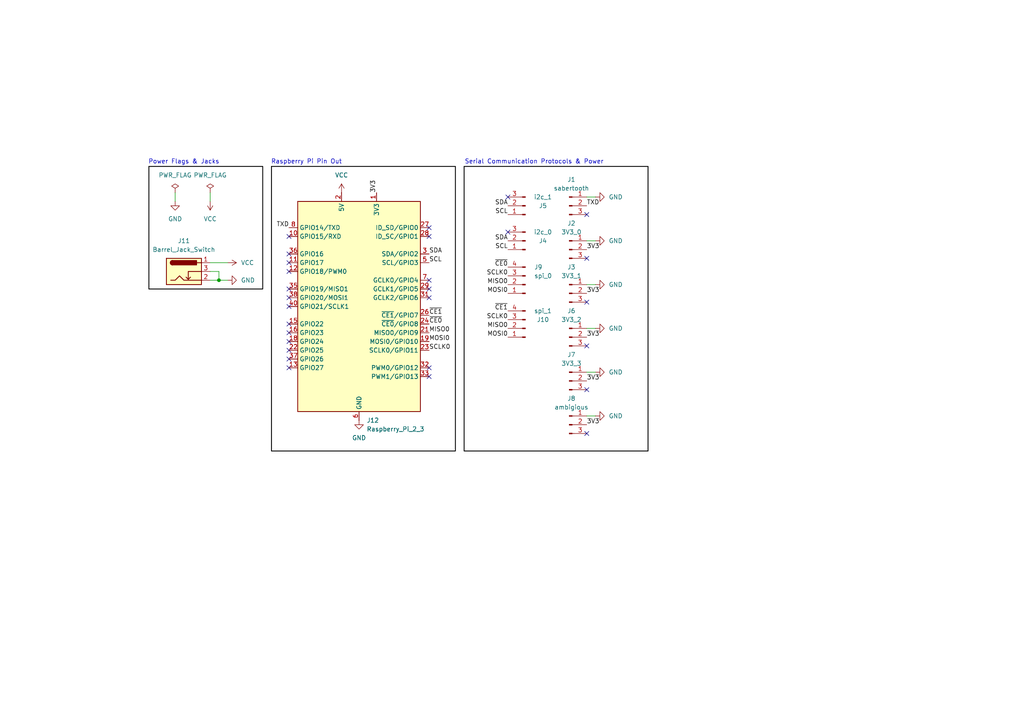
<source format=kicad_sch>
(kicad_sch (version 20231120) (generator "eeschema") (generator_version "8.0")
  (paper "A4")
  (lib_symbols
    (symbol "Connector:Barrel_Jack_Switch" (pin_names hide)
      (property "Reference" "J" (at 0 5.334 0))
      (property "Value" "Barrel_Jack_Switch" (at 0 -5.08 0))
      (symbol "Barrel_Jack_Switch_0_1"
        (rectangle (start -5.08 3.81) (end 5.08 -3.81) (stroke (width 0.254)) (fill (type background)))
        (arc (start -3.302 3.175) (mid -3.9343 2.54) (end -3.302 1.905) (stroke (width 0.254)))
        (arc (start -3.302 3.175) (mid -3.9343 2.54) (end -3.302 1.905) (stroke (width 0.254)) (fill (type outline)))
        (polyline (pts (xy 1.27 -2.286) (xy 1.905 -1.651)) (stroke (width 0.254)))
        (polyline (pts (xy 5.08 2.54) (xy 3.81 2.54)) (stroke (width 0.254)))
        (polyline (pts (xy 5.08 0) (xy 1.27 0) (xy 1.27 -2.286) (xy 0.635 -1.651)) (stroke (width 0.254)))
        (polyline (pts (xy -3.81 -2.54) (xy -2.54 -2.54) (xy -1.27 -1.27) (xy 0 -2.54) (xy 2.54 -2.54) (xy 5.08 -2.54)) (stroke (width 0.254)))
        (rectangle (start 3.683 3.175) (end -3.302 1.905) (stroke (width 0.254)) (fill (type outline)))
      )
      (symbol "Barrel_Jack_Switch_1_1"
        (pin passive line (at 7.62 2.54 180) (length 2.54) (name "~") (number "1"))
        (pin passive line (at 7.62 -2.54 180) (length 2.54) (name "~") (number "2"))
        (pin passive line (at 7.62 0 180) (length 2.54) (name "~") (number "3"))
      )
    )
    (symbol "Connector:Conn_01x03_Pin" (pin_names (offset 1.016) hide)
      (property "Reference" "J" (at 0 5.08 0))
      (property "Value" "Conn_01x03_Pin" (at 0 -5.08 0))
      (symbol "Conn_01x03_Pin_1_1"
        (polyline (pts (xy 1.27 -2.54) (xy 0.8636 -2.54)) (stroke (width 0.1524)))
        (polyline (pts (xy 1.27 0) (xy 0.8636 0)) (stroke (width 0.1524)))
        (polyline (pts (xy 1.27 2.54) (xy 0.8636 2.54)) (stroke (width 0.1524)))
        (rectangle (start 0.8636 -2.413) (end 0 -2.667) (stroke (width 0.1524)) (fill (type outline)))
        (rectangle (start 0.8636 0.127) (end 0 -0.127) (stroke (width 0.1524)) (fill (type outline)))
        (rectangle (start 0.8636 2.667) (end 0 2.413) (stroke (width 0.1524)) (fill (type outline)))
        (pin passive line (at 5.08 2.54 180) (length 3.81) (name "Pin_1") (number "1"))
        (pin passive line (at 5.08 0 180) (length 3.81) (name "Pin_2") (number "2"))
        (pin passive line (at 5.08 -2.54 180) (length 3.81) (name "Pin_3") (number "3"))
      )
    )
    (symbol "Connector:Conn_01x04_Pin" (pin_names (offset 1.016) hide)
      (property "Reference" "J" (at 0 5.08 0))
      (property "Value" "Conn_01x04_Pin" (at 0 -7.62 0))
      (symbol "Conn_01x04_Pin_1_1"
        (polyline (pts (xy 1.27 -5.08) (xy 0.8636 -5.08)) (stroke (width 0.1524)))
        (polyline (pts (xy 1.27 -2.54) (xy 0.8636 -2.54)) (stroke (width 0.1524)))
        (polyline (pts (xy 1.27 0) (xy 0.8636 0)) (stroke (width 0.1524)))
        (polyline (pts (xy 1.27 2.54) (xy 0.8636 2.54)) (stroke (width 0.1524)))
        (rectangle (start 0.8636 -4.953) (end 0 -5.207) (stroke (width 0.1524)) (fill (type outline)))
        (rectangle (start 0.8636 -2.413) (end 0 -2.667) (stroke (width 0.1524)) (fill (type outline)))
        (rectangle (start 0.8636 0.127) (end 0 -0.127) (stroke (width 0.1524)) (fill (type outline)))
        (rectangle (start 0.8636 2.667) (end 0 2.413) (stroke (width 0.1524)) (fill (type outline)))
        (pin passive line (at 5.08 2.54 180) (length 3.81) (name "Pin_1") (number "1"))
        (pin passive line (at 5.08 0 180) (length 3.81) (name "Pin_2") (number "2"))
        (pin passive line (at 5.08 -2.54 180) (length 3.81) (name "Pin_3") (number "3"))
        (pin passive line (at 5.08 -5.08 180) (length 3.81) (name "Pin_4") (number "4"))
      )
    )
    (symbol "Connector:Raspberry_Pi_2_3"
      (property "Reference" "J" (at -17.78 31.75 0))
      (property "Value" "Raspberry_Pi_2_3" (at 10.16 -31.75 0))
      (symbol "Raspberry_Pi_2_3_0_1"
        (rectangle (start -17.78 30.48) (end 17.78 -30.48) (stroke (width 0.254)) (fill (type background)))
      )
      (symbol "Raspberry_Pi_2_3_1_1"
        (pin power_in line (at 5.08 33.02 270) (length 2.54) (name "3V3") (number "1"))
        (pin bidirectional line (at -20.32 20.32 0) (length 2.54) (name "GPIO15/RXD") (number "10"))
        (pin bidirectional line (at -20.32 12.7 0) (length 2.54) (name "GPIO17") (number "11"))
        (pin bidirectional line (at -20.32 10.16 0) (length 2.54) (name "GPIO18/PWM0") (number "12"))
        (pin bidirectional line (at -20.32 -17.78 0) (length 2.54) (name "GPIO27") (number "13"))
        (pin passive line (at 0 -33.02 90) (length 2.54) hide (name "GND") (number "14"))
        (pin bidirectional line (at -20.32 -5.08 0) (length 2.54) (name "GPIO22") (number "15"))
        (pin bidirectional line (at -20.32 -7.62 0) (length 2.54) (name "GPIO23") (number "16"))
        (pin passive line (at 5.08 33.02 270) (length 2.54) hide (name "3V3") (number "17"))
        (pin bidirectional line (at -20.32 -10.16 0) (length 2.54) (name "GPIO24") (number "18"))
        (pin bidirectional line (at 20.32 -10.16 180) (length 2.54) (name "MOSI0/GPIO10") (number "19"))
        (pin power_in line (at -5.08 33.02 270) (length 2.54) (name "5V") (number "2"))
        (pin passive line (at 0 -33.02 90) (length 2.54) hide (name "GND") (number "20"))
        (pin bidirectional line (at 20.32 -7.62 180) (length 2.54) (name "MISO0/GPIO9") (number "21"))
        (pin bidirectional line (at -20.32 -12.7 0) (length 2.54) (name "GPIO25") (number "22"))
        (pin bidirectional line (at 20.32 -12.7 180) (length 2.54) (name "SCLK0/GPIO11") (number "23"))
        (pin bidirectional line (at 20.32 -5.08 180) (length 2.54) (name "~{CE0}/GPIO8") (number "24"))
        (pin passive line (at 0 -33.02 90) (length 2.54) hide (name "GND") (number "25"))
        (pin bidirectional line (at 20.32 -2.54 180) (length 2.54) (name "~{CE1}/GPIO7") (number "26"))
        (pin bidirectional line (at 20.32 22.86 180) (length 2.54) (name "ID_SD/GPIO0") (number "27"))
        (pin bidirectional line (at 20.32 20.32 180) (length 2.54) (name "ID_SC/GPIO1") (number "28"))
        (pin bidirectional line (at 20.32 5.08 180) (length 2.54) (name "GCLK1/GPIO5") (number "29"))
        (pin bidirectional line (at 20.32 15.24 180) (length 2.54) (name "SDA/GPIO2") (number "3"))
        (pin passive line (at 0 -33.02 90) (length 2.54) hide (name "GND") (number "30"))
        (pin bidirectional line (at 20.32 2.54 180) (length 2.54) (name "GCLK2/GPIO6") (number "31"))
        (pin bidirectional line (at 20.32 -17.78 180) (length 2.54) (name "PWM0/GPIO12") (number "32"))
        (pin bidirectional line (at 20.32 -20.32 180) (length 2.54) (name "PWM1/GPIO13") (number "33"))
        (pin passive line (at 0 -33.02 90) (length 2.54) hide (name "GND") (number "34"))
        (pin bidirectional line (at -20.32 5.08 0) (length 2.54) (name "GPIO19/MISO1") (number "35"))
        (pin bidirectional line (at -20.32 15.24 0) (length 2.54) (name "GPIO16") (number "36"))
        (pin bidirectional line (at -20.32 -15.24 0) (length 2.54) (name "GPIO26") (number "37"))
        (pin bidirectional line (at -20.32 2.54 0) (length 2.54) (name "GPIO20/MOSI1") (number "38"))
        (pin passive line (at 0 -33.02 90) (length 2.54) hide (name "GND") (number "39"))
        (pin passive line (at -5.08 33.02 270) (length 2.54) hide (name "5V") (number "4"))
        (pin bidirectional line (at -20.32 0 0) (length 2.54) (name "GPIO21/SCLK1") (number "40"))
        (pin bidirectional line (at 20.32 12.7 180) (length 2.54) (name "SCL/GPIO3") (number "5"))
        (pin power_in line (at 0 -33.02 90) (length 2.54) (name "GND") (number "6"))
        (pin bidirectional line (at 20.32 7.62 180) (length 2.54) (name "GCLK0/GPIO4") (number "7"))
        (pin bidirectional line (at -20.32 22.86 0) (length 2.54) (name "GPIO14/TXD") (number "8"))
        (pin passive line (at 0 -33.02 90) (length 2.54) hide (name "GND") (number "9"))
      )
    )
    (symbol "power:GND" (power) (pin_numbers hide) (pin_names (offset 0) hide)
      (property "Value" "GND" (at 0 -3.81 0))
      (symbol "GND_0_1"
        (polyline (pts (xy 0 0) (xy 0 -1.27) (xy 1.27 -1.27) (xy 0 -2.54) (xy -1.27 -1.27) (xy 0 -1.27)))
      )
      (symbol "GND_1_1"
        (pin power_in line (at 0 0 270) (length 0) (name "~") (number "1"))
      )
    )
    (symbol "power:PWR_FLAG" (power) (pin_numbers hide) (pin_names (offset 0) hide)
      (property "Value" "PWR_FLAG" (at 0 3.81 0))
      (symbol "PWR_FLAG_0_0"
        (pin power_out line (at 0 0 90) (length 0) (name "~") (number "1"))
      )
      (symbol "PWR_FLAG_0_1"
        (polyline (pts (xy 0 0) (xy 0 1.27) (xy -1.016 1.905) (xy 0 2.54) (xy 1.016 1.905) (xy 0 1.27)))
      )
    )
    (symbol "power:VCC" (power) (pin_numbers hide) (pin_names (offset 0) hide)
      (property "Value" "VCC" (at 0 3.556 0))
      (symbol "VCC_0_1"
        (polyline (pts (xy -0.762 1.27) (xy 0 2.54)))
        (polyline (pts (xy 0 0) (xy 0 2.54)))
        (polyline (pts (xy 0 2.54) (xy 0.762 1.27)))
      )
      (symbol "VCC_1_1"
        (pin power_in line (at 0 0 90) (length 0) (name "~") (number "1"))
      )
    )
  )
  (junction (at 63.5 81.28))
  (no_connect (at 124.46 109.22))
  (no_connect (at 147.32 67.31))
  (no_connect (at 83.82 83.82))
  (no_connect (at 170.18 100.33))
  (no_connect (at 83.82 104.14))
  (no_connect (at 124.46 106.68))
  (no_connect (at 124.46 68.58))
  (no_connect (at 83.82 106.68))
  (no_connect (at 83.82 93.98))
  (no_connect (at 83.82 76.2))
  (no_connect (at 170.18 74.93))
  (no_connect (at 124.46 66.04))
  (no_connect (at 170.18 87.63))
  (no_connect (at 83.82 101.6))
  (no_connect (at 124.46 86.36))
  (no_connect (at 83.82 96.52))
  (no_connect (at 170.18 113.03))
  (no_connect (at 124.46 83.82))
  (no_connect (at 83.82 68.58))
  (no_connect (at 83.82 88.9))
  (no_connect (at 124.46 81.28))
  (no_connect (at 170.18 125.73))
  (no_connect (at 83.82 78.74))
  (no_connect (at 170.18 62.23))
  (no_connect (at 83.82 99.06))
  (no_connect (at 83.82 86.36))
  (no_connect (at 147.32 57.15))
  (no_connect (at 83.82 73.66))
  (wire (pts (xy 66.04 76.2) (xy 60.96 76.2)))
  (wire (pts (xy 172.72 120.65) (xy 170.18 120.65)))
  (wire (pts (xy 66.04 81.28) (xy 63.5 81.28)))
  (wire (pts (xy 172.72 95.25) (xy 170.18 95.25)))
  (wire (pts (xy 60.96 58.42) (xy 60.96 55.88)))
  (wire (pts (xy 172.72 107.95) (xy 170.18 107.95)))
  (wire (pts (xy 60.96 78.74) (xy 63.5 78.74)))
  (wire (pts (xy 50.8 58.42) (xy 50.8 55.88)))
  (wire (pts (xy 172.72 69.85) (xy 170.18 69.85)))
  (wire (pts (xy 172.72 82.55) (xy 170.18 82.55)))
  (wire (pts (xy 172.72 57.15) (xy 170.18 57.15)))
  (wire (pts (xy 63.5 78.74) (xy 63.5 81.28)))
  (wire (pts (xy 60.96 81.28) (xy 63.5 81.28)))
  (rectangle (start 43.18 48.26) (end 76.2 83.82) (stroke (width 0.254) (color 0 0 0 1)))
  (rectangle (start 78.74 48.26) (end 132.08 130.81) (stroke (width 0.254) (color 0 0 0 1)))
  (rectangle (start 134.62 48.26) (end 187.96 130.81) (stroke (width 0.254) (color 0 0 0 1)))
  (text "Power Flags & Jacks" (at 53.34 46.99 0) (effects (font (size 1.27 1.27))))
  (text "Raspberry Pi Pin Out\n" (at 88.9 46.99 0) (effects (font (size 1.27 1.27))))
  (text "Serial Communication Protocols & Power\n" (at 154.94 46.99 0) (effects (font (size 1.27 1.27))))
  (label "MOSI0" (at 124.46 99.06 0))
  (label "SCL" (at 147.32 72.39 180))
  (label "SDA" (at 147.32 69.85 180))
  (label "3V3" (at 170.18 72.39 0))
  (label "~{CE0}" (at 124.46 93.98 0))
  (label "3V3" (at 170.18 85.09 0))
  (label "MOSI0" (at 147.32 97.79 180))
  (label "3V3" (at 170.18 110.49 0))
  (label "~{CE1}" (at 147.32 90.17 180))
  (label "SDA" (at 124.46 73.66 0))
  (label "3V3" (at 109.22 55.88 90))
  (label "SCL" (at 124.46 76.2 0))
  (label "SCLK0" (at 147.32 80.01 180))
  (label "3V3" (at 170.18 97.79 0))
  (label "SCLK0" (at 147.32 92.71 180))
  (label "MISO0" (at 147.32 82.55 180))
  (label "TXD" (at 170.18 59.69 0))
  (label "SCLK0" (at 124.46 101.6 0))
  (label "~{CE0}" (at 147.32 77.47 180))
  (label "SDA" (at 147.32 59.69 180))
  (label "~{CE1}" (at 124.46 91.44 0))
  (label "MOSI0" (at 147.32 85.09 180))
  (label "TXD" (at 83.82 66.04 180))
  (label "MISO0" (at 124.46 96.52 0))
  (label "3V3" (at 170.18 123.19 0))
  (label "MISO0" (at 147.32 95.25 180))
  (label "SCL" (at 147.32 62.23 180))
  (symbol (lib_id "Connector:Conn_01x03_Pin") (at 165.1 72.39 0) (unit 1)
    (property "Reference" "J2" (at 165.735 64.77 0))
    (property "Value" "3V3_0" (at 165.735 67.31 0))
    (property "Footprint" "Connector_Molex:Molex_KK-254_AE-6410-03A_1x03_P2.54mm_Vertical" (effects (hide yes)))
    (property "Description" "Generic connector, single row, 01x03, script generated" (effects (hide yes)))
  )
  (symbol (lib_id "power:GND") (at 172.72 57.15 90) (unit 1)
    (property "Reference" "#PWR07" (effects (hide yes)))
    (property "Value" "GND" (at 176.53 57.1499 90) (effects (justify right)))
    (property "Description" "Power symbol creates a global label with name \"GND\" , ground" (effects (hide yes)))
  )
  (symbol (lib_id "Connector:Raspberry_Pi_2_3") (at 104.14 88.9 0) (unit 1)
    (property "Reference" "J12" (at 106.3341 121.92 0) (effects (justify left)))
    (property "Value" "Raspberry_Pi_2_3" (at 106.3341 124.46 0) (effects (justify left)))
    (property "Footprint" "Connector_PinHeader_2.54mm:PinHeader_2x20_P2.54mm_Vertical" (effects (hide yes)))
    (property "Datasheet" "https://www.raspberrypi.org/documentation/hardware/raspberrypi/schematics/rpi_SCH_3bplus_1p0_reduced.pdf" (effects (hide yes)))
    (property "Description" "expansion header for Raspberry Pi 2 & 3" (effects (hide yes)))
    (property "JLCPCB Part #" "C132132" (effects (hide yes)))
  )
  (symbol (lib_id "Connector:Conn_01x03_Pin") (at 165.1 85.09 0) (unit 1)
    (property "Reference" "J3" (at 165.735 77.47 0))
    (property "Value" "3V3_1" (at 165.735 80.01 0))
    (property "Footprint" "Connector_Molex:Molex_KK-254_AE-6410-03A_1x03_P2.54mm_Vertical" (effects (hide yes)))
    (property "Description" "Generic connector, single row, 01x03, script generated" (effects (hide yes)))
  )
  (symbol (lib_id "Connector:Conn_01x03_Pin") (at 165.1 123.19 0) (unit 1)
    (property "Reference" "J8" (at 165.735 115.57 0))
    (property "Value" "ambigious" (at 165.735 118.11 0))
    (property "Footprint" "Connector_Molex:Molex_KK-254_AE-6410-03A_1x03_P2.54mm_Vertical" (effects (hide yes)))
    (property "Description" "Generic connector, single row, 01x03, script generated" (effects (hide yes)))
  )
  (symbol (lib_id "power:GND") (at 50.8 58.42 0) (unit 1)
    (property "Reference" "#PWR01" (effects (hide yes)))
    (property "Value" "GND" (at 50.8 63.5 0))
    (property "Description" "Power symbol creates a global label with name \"GND\" , ground" (effects (hide yes)))
  )
  (symbol (lib_id "Connector:Conn_01x03_Pin") (at 152.4 59.69 180) (unit 1)
    (property "Reference" "J5" (at 157.48 59.69 0))
    (property "Value" "i2c_1" (at 157.48 57.15 0))
    (property "Footprint" "Connector_Molex:Molex_KK-254_AE-6410-03A_1x03_P2.54mm_Vertical" (effects (hide yes)))
    (property "Description" "Generic connector, single row, 01x03, script generated" (effects (hide yes)))
  )
  (symbol (lib_id "Connector:Conn_01x04_Pin") (at 152.4 95.25 180) (unit 1)
    (property "Reference" "J10" (at 157.48 92.71 0))
    (property "Value" "spi_1" (at 157.48 90.17 0))
    (property "Footprint" "Connector_Molex:Molex_KK-254_AE-6410-04A_1x04_P2.54mm_Vertical" (effects (hide yes)))
    (property "Description" "Generic connector, single row, 01x04, script generated" (effects (hide yes)))
  )
  (symbol (lib_id "Connector:Conn_01x03_Pin") (at 165.1 110.49 0) (unit 1)
    (property "Reference" "J7" (at 165.735 102.87 0))
    (property "Value" "3V3_3" (at 165.735 105.41 0))
    (property "Footprint" "Connector_Molex:Molex_KK-254_AE-6410-03A_1x03_P2.54mm_Vertical" (effects (hide yes)))
    (property "Description" "Generic connector, single row, 01x03, script generated" (effects (hide yes)))
  )
  (symbol (lib_id "power:VCC") (at 66.04 76.2 270) (unit 1)
    (property "Reference" "#PWR04" (effects (hide yes)))
    (property "Value" "VCC" (at 69.85 76.1999 90) (effects (justify left)))
    (property "Description" "Power symbol creates a global label with name \"VCC\"" (effects (hide yes)))
  )
  (symbol (lib_id "power:VCC") (at 60.96 58.42 180) (unit 1)
    (property "Reference" "#PWR02" (effects (hide yes)))
    (property "Value" "VCC" (at 60.96 63.5 0))
    (property "Description" "Power symbol creates a global label with name \"VCC\"" (effects (hide yes)))
  )
  (symbol (lib_id "Connector:Conn_01x03_Pin") (at 152.4 69.85 180) (unit 1)
    (property "Reference" "J4" (at 157.48 69.85 0))
    (property "Value" "i2c_0" (at 157.48 67.31 0))
    (property "Footprint" "Connector_Molex:Molex_KK-254_AE-6410-03A_1x03_P2.54mm_Vertical" (effects (hide yes)))
    (property "Description" "Generic connector, single row, 01x03, script generated" (effects (hide yes)))
  )
  (symbol (lib_id "Connector:Conn_01x03_Pin") (at 165.1 97.79 0) (unit 1)
    (property "Reference" "J6" (at 165.735 90.17 0))
    (property "Value" "3V3_2" (at 165.735 92.71 0))
    (property "Footprint" "Connector_Molex:Molex_KK-254_AE-6410-03A_1x03_P2.54mm_Vertical" (effects (hide yes)))
    (property "Description" "Generic connector, single row, 01x03, script generated" (effects (hide yes)))
  )
  (symbol (lib_id "power:GND") (at 172.72 120.65 90) (unit 1)
    (property "Reference" "#PWR012" (effects (hide yes)))
    (property "Value" "GND" (at 176.53 120.6499 90) (effects (justify right)))
    (property "Description" "Power symbol creates a global label with name \"GND\" , ground" (effects (hide yes)))
  )
  (symbol (lib_id "power:GND") (at 104.14 121.92 0) (unit 1)
    (property "Reference" "#PWR06" (effects (hide yes)))
    (property "Value" "GND" (at 104.14 127 0))
    (property "Description" "Power symbol creates a global label with name \"GND\" , ground" (effects (hide yes)))
  )
  (symbol (lib_id "Connector:Barrel_Jack_Switch") (at 53.34 78.74 0) (unit 1)
    (property "Reference" "J11" (at 53.34 69.85 0))
    (property "Value" "Barrel_Jack_Switch" (at 53.34 72.39 0))
    (property "Footprint" "Connector_BarrelJack:BarrelJack_GCT_DCJ200-10-A_Horizontal" (effects (hide yes)))
    (property "Description" "DC Barrel Jack with an internal switch" (effects (hide yes)))
  )
  (symbol (lib_id "Connector:Conn_01x04_Pin") (at 152.4 82.55 180) (unit 1)
    (property "Reference" "J9" (at 154.94 77.47 0) (effects (justify right)))
    (property "Value" "spi_0" (at 154.94 80.01 0) (effects (justify right)))
    (property "Footprint" "Connector_Molex:Molex_KK-254_AE-6410-04A_1x04_P2.54mm_Vertical" (effects (hide yes)))
    (property "Description" "Generic connector, single row, 01x04, script generated" (effects (hide yes)))
  )
  (symbol (lib_id "power:GND") (at 172.72 69.85 90) (unit 1)
    (property "Reference" "#PWR08" (effects (hide yes)))
    (property "Value" "GND" (at 176.53 69.8499 90) (effects (justify right)))
    (property "Description" "Power symbol creates a global label with name \"GND\" , ground" (effects (hide yes)))
  )
  (symbol (lib_id "power:PWR_FLAG") (at 60.96 55.88 0) (unit 1)
    (property "Reference" "#FLG02" (effects (hide yes)))
    (property "Value" "PWR_FLAG" (at 60.96 50.8 0))
    (property "Description" "Special symbol for telling ERC where power comes from" (effects (hide yes)))
  )
  (symbol (lib_id "power:VCC") (at 99.06 55.88 0) (unit 1)
    (property "Reference" "#PWR05" (effects (hide yes)))
    (property "Value" "VCC" (at 99.06 50.8 0))
    (property "Description" "Power symbol creates a global label with name \"VCC\"" (effects (hide yes)))
  )
  (symbol (lib_id "power:GND") (at 172.72 107.95 90) (unit 1)
    (property "Reference" "#PWR011" (effects (hide yes)))
    (property "Value" "GND" (at 176.53 107.9499 90) (effects (justify right)))
    (property "Description" "Power symbol creates a global label with name \"GND\" , ground" (effects (hide yes)))
  )
  (symbol (lib_id "power:GND") (at 172.72 82.55 90) (unit 1)
    (property "Reference" "#PWR09" (effects (hide yes)))
    (property "Value" "GND" (at 176.53 82.5499 90) (effects (justify right)))
    (property "Description" "Power symbol creates a global label with name \"GND\" , ground" (effects (hide yes)))
  )
  (symbol (lib_id "power:GND") (at 172.72 95.25 90) (unit 1)
    (property "Reference" "#PWR010" (effects (hide yes)))
    (property "Value" "GND" (at 176.53 95.2499 90) (effects (justify right)))
    (property "Description" "Power symbol creates a global label with name \"GND\" , ground" (effects (hide yes)))
  )
  (symbol (lib_id "power:GND") (at 66.04 81.28 90) (unit 1)
    (property "Reference" "#PWR03" (effects (hide yes)))
    (property "Value" "GND" (at 69.85 81.2799 90) (effects (justify right)))
    (property "Description" "Power symbol creates a global label with name \"GND\" , ground" (effects (hide yes)))
  )
  (symbol (lib_id "Connector:Conn_01x03_Pin") (at 165.1 59.69 0) (unit 1)
    (property "Reference" "J1" (at 165.735 52.07 0))
    (property "Value" "sabertooth" (at 165.735 54.61 0))
    (property "Footprint" "Connector_Molex:Molex_KK-254_AE-6410-03A_1x03_P2.54mm_Vertical" (effects (hide yes)))
    (property "Description" "Generic connector, single row, 01x03, script generated" (effects (hide yes)))
  )
  (symbol (lib_id "power:PWR_FLAG") (at 50.8 55.88 0) (unit 1)
    (property "Reference" "#FLG01" (effects (hide yes)))
    (property "Value" "PWR_FLAG" (at 50.8 50.8 0))
    (property "Description" "Special symbol for telling ERC where power comes from" (effects (hide yes)))
  )
)
</source>
